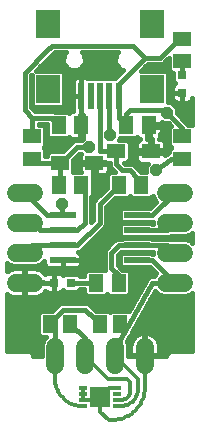
<source format=gtl>
G75*
%MOIN*%
%OFA0B0*%
%FSLAX24Y24*%
%IPPOS*%
%LPD*%
%AMOC8*
5,1,8,0,0,1.08239X$1,22.5*
%
%ADD10R,0.0512X0.0591*%
%ADD11R,0.0591X0.0472*%
%ADD12R,0.0866X0.0197*%
%ADD13C,0.0600*%
%ADD14R,0.0591X0.0512*%
%ADD15R,0.0315X0.0315*%
%ADD16R,0.0787X0.0945*%
%ADD17R,0.0197X0.0909*%
%ADD18R,0.0280X0.0120*%
%ADD19R,0.0690X0.0650*%
%ADD20C,0.0160*%
%ADD21OC8,0.0396*%
%ADD22C,0.0120*%
D10*
X001780Y004413D03*
X002450Y004413D03*
X003306Y005793D03*
X003430Y004413D03*
X004100Y004413D03*
X004054Y005793D03*
X004056Y009043D03*
X004804Y009043D03*
X005054Y011043D03*
X004306Y011043D03*
X002804Y011043D03*
X002056Y011043D03*
X002056Y009043D03*
X002804Y009043D03*
D11*
X003251Y009793D03*
X003984Y010168D03*
X005126Y010168D03*
X002109Y009793D03*
D12*
X002188Y008043D03*
X002188Y007547D03*
X002188Y007047D03*
X002188Y006547D03*
X004672Y006543D03*
X004672Y007043D03*
X004672Y007543D03*
X004672Y008043D03*
D13*
X005630Y007793D02*
X006230Y007793D01*
X006230Y008793D02*
X005630Y008793D01*
X005630Y006793D02*
X006230Y006793D01*
X006230Y005793D02*
X005630Y005793D01*
X004930Y003648D02*
X004930Y003048D01*
X003930Y003048D02*
X003930Y003648D01*
X002930Y003648D02*
X002930Y003048D01*
X001930Y003048D02*
X001930Y003648D01*
X001230Y005793D02*
X000630Y005793D01*
X000630Y006793D02*
X001230Y006793D01*
X001230Y007793D02*
X000630Y007793D01*
X000630Y008793D02*
X001230Y008793D01*
D14*
X001180Y009919D03*
X001180Y010667D03*
X006180Y010667D03*
X006180Y009919D03*
X006180Y013169D03*
X006180Y013917D03*
D15*
X006180Y012714D03*
X006180Y012123D03*
X002475Y005793D03*
X001885Y005793D03*
D16*
X001703Y012245D03*
X001703Y014411D03*
X005167Y014411D03*
X005167Y012245D03*
D17*
X004065Y012023D03*
X003750Y012023D03*
X003435Y012023D03*
X003120Y012023D03*
X002805Y012023D03*
D18*
X002873Y002283D03*
X002873Y002083D03*
X002873Y001883D03*
X002873Y001683D03*
X004013Y001683D03*
X004013Y001883D03*
X004013Y002083D03*
X004013Y002283D03*
D19*
X003443Y001983D03*
D20*
X001215Y003348D02*
X001215Y003414D01*
X001215Y003415D01*
X001168Y003461D01*
X001122Y003508D01*
X001122Y003508D01*
X001121Y003508D01*
X001055Y003508D01*
X000989Y003509D01*
X000989Y003508D01*
X000340Y003508D01*
X000340Y005411D01*
X000378Y005383D01*
X000446Y005348D01*
X000518Y005325D01*
X000592Y005313D01*
X000910Y005313D01*
X000910Y005773D01*
X000950Y005773D01*
X000950Y005313D01*
X001268Y005313D01*
X001342Y005325D01*
X001414Y005348D01*
X001482Y005383D01*
X001543Y005427D01*
X001596Y005481D01*
X001609Y005499D01*
X001617Y005492D01*
X001658Y005468D01*
X001704Y005456D01*
X001885Y005456D01*
X002066Y005456D01*
X002112Y005468D01*
X002153Y005492D01*
X002186Y005525D01*
X002202Y005553D01*
X002260Y005496D01*
X002691Y005496D01*
X002768Y005573D01*
X002910Y005573D01*
X002910Y005440D01*
X002992Y005358D01*
X003620Y005358D01*
X003680Y005418D01*
X003740Y005358D01*
X004368Y005358D01*
X004450Y005440D01*
X004450Y006147D01*
X004368Y006229D01*
X004181Y006229D01*
X004025Y006384D01*
X004025Y006702D01*
X004146Y006823D01*
X004162Y006823D01*
X004181Y006805D01*
X005163Y006805D01*
X005181Y006823D01*
X005190Y006823D01*
X005190Y006763D01*
X005181Y006763D01*
X005163Y006782D01*
X004181Y006782D01*
X004099Y006700D01*
X004099Y006387D01*
X004181Y006305D01*
X005107Y006305D01*
X005313Y006099D01*
X005257Y006043D01*
X005245Y006013D01*
X005238Y006013D01*
X005210Y006030D01*
X005150Y006013D01*
X005089Y006013D01*
X005066Y005990D01*
X005034Y005981D01*
X005003Y005928D01*
X004960Y005884D01*
X004960Y005852D01*
X004389Y004849D01*
X003786Y004849D01*
X003765Y004828D01*
X003744Y004849D01*
X003296Y004849D01*
X003167Y004977D01*
X003039Y005106D01*
X002101Y005106D01*
X001844Y004849D01*
X001466Y004849D01*
X001384Y004767D01*
X001384Y004060D01*
X001466Y003978D01*
X001637Y003978D01*
X001557Y003898D01*
X001490Y003736D01*
X001490Y003348D01*
X001215Y003348D01*
X001215Y003414D02*
X001215Y003414D01*
X001138Y003492D02*
X001490Y003492D01*
X001490Y003650D02*
X000340Y003650D01*
X000340Y003809D02*
X001520Y003809D01*
X001627Y003967D02*
X000340Y003967D01*
X000340Y004126D02*
X001384Y004126D01*
X001384Y004284D02*
X000340Y004284D01*
X000340Y004443D02*
X001384Y004443D01*
X001384Y004601D02*
X000340Y004601D01*
X000340Y004760D02*
X001384Y004760D01*
X001497Y005394D02*
X002956Y005394D01*
X002910Y005552D02*
X002747Y005552D01*
X002768Y006013D02*
X002691Y006091D01*
X002260Y006091D01*
X002202Y006033D01*
X002186Y006061D01*
X002153Y006095D01*
X002112Y006119D01*
X002066Y006131D01*
X001885Y006131D01*
X001885Y005793D01*
X001885Y005456D01*
X001885Y005793D01*
X001885Y005793D01*
X001547Y005793D01*
X001547Y005773D01*
X000950Y005773D01*
X000950Y005813D01*
X001547Y005813D01*
X001547Y005793D01*
X001885Y005793D01*
X001885Y005793D01*
X001885Y005793D01*
X001885Y006131D01*
X001704Y006131D01*
X001658Y006119D01*
X001617Y006095D01*
X001609Y006088D01*
X001596Y006106D01*
X001543Y006159D01*
X001482Y006204D01*
X001414Y006238D01*
X001342Y006261D01*
X001268Y006273D01*
X000950Y006273D01*
X000950Y005813D01*
X000910Y005813D01*
X000910Y006273D01*
X000592Y006273D01*
X000518Y006261D01*
X000446Y006238D01*
X000378Y006204D01*
X000340Y006176D01*
X000340Y006461D01*
X000381Y006420D01*
X000542Y006353D01*
X001318Y006353D01*
X001479Y006420D01*
X001575Y006516D01*
X001575Y006425D01*
X001587Y006379D01*
X001611Y006338D01*
X001645Y006305D01*
X001686Y006281D01*
X001731Y006269D01*
X002188Y006269D01*
X002188Y006547D01*
X002188Y006547D01*
X002188Y006269D01*
X002645Y006269D01*
X002691Y006281D01*
X002732Y006305D01*
X002765Y006338D01*
X002789Y006379D01*
X002801Y006425D01*
X002801Y006547D01*
X002188Y006547D01*
X002188Y006547D01*
X002801Y006547D01*
X002801Y006669D01*
X002789Y006715D01*
X002765Y006756D01*
X002732Y006790D01*
X002691Y006813D01*
X002685Y006815D01*
X002698Y006827D01*
X002775Y006827D01*
X003521Y007573D01*
X003650Y007702D01*
X003650Y008326D01*
X003932Y008608D01*
X004370Y008608D01*
X004430Y008668D01*
X004490Y008608D01*
X005118Y008608D01*
X005198Y008688D01*
X005257Y008544D01*
X005313Y008488D01*
X005107Y008282D01*
X004181Y008282D01*
X004099Y008200D01*
X004099Y007887D01*
X004181Y007805D01*
X005163Y007805D01*
X005181Y007823D01*
X005190Y007823D01*
X005190Y007763D01*
X005181Y007763D01*
X005163Y007782D01*
X004181Y007782D01*
X004099Y007700D01*
X004099Y007387D01*
X004181Y007305D01*
X005163Y007305D01*
X005181Y007323D01*
X005771Y007323D01*
X005801Y007353D01*
X006318Y007353D01*
X006479Y007420D01*
X006515Y007456D01*
X006515Y007130D01*
X006479Y007166D01*
X006318Y007233D01*
X005801Y007233D01*
X005771Y007263D01*
X005181Y007263D01*
X005163Y007282D01*
X004181Y007282D01*
X004162Y007263D01*
X003964Y007263D01*
X003835Y007134D01*
X003585Y006884D01*
X003585Y006229D01*
X002992Y006229D01*
X002910Y006147D01*
X002910Y006013D01*
X002768Y006013D01*
X002754Y006028D02*
X002910Y006028D01*
X002950Y006186D02*
X001506Y006186D01*
X001607Y006345D02*
X000340Y006345D01*
X000340Y006186D02*
X000354Y006186D01*
X000340Y005394D02*
X000363Y005394D01*
X000340Y005235D02*
X004609Y005235D01*
X004699Y005394D02*
X004404Y005394D01*
X004450Y005552D02*
X004790Y005552D01*
X004880Y005711D02*
X004450Y005711D01*
X004450Y005869D02*
X004960Y005869D01*
X005180Y005793D02*
X004258Y004175D01*
X004100Y004413D01*
X004258Y004175D02*
X003930Y003598D01*
X003930Y003348D01*
X004370Y003348D02*
X004370Y003736D01*
X004324Y003846D01*
X004399Y003978D01*
X004414Y003978D01*
X004496Y004060D01*
X004496Y004147D01*
X005279Y005522D01*
X005381Y005420D01*
X005542Y005353D01*
X006318Y005353D01*
X006479Y005420D01*
X006515Y005456D01*
X006515Y003508D01*
X005869Y003508D01*
X005867Y003510D01*
X005803Y003508D01*
X005739Y003508D01*
X005737Y003507D01*
X005735Y003507D01*
X005690Y003460D01*
X005645Y003415D01*
X005645Y003412D01*
X005643Y003410D01*
X005645Y003348D01*
X004950Y003348D01*
X004950Y003368D01*
X005410Y003368D01*
X005410Y003686D01*
X005398Y003761D01*
X005375Y003833D01*
X005341Y003900D01*
X005296Y003961D01*
X005243Y004014D01*
X005182Y004059D01*
X005114Y004093D01*
X005042Y004116D01*
X004968Y004128D01*
X004950Y004128D01*
X004950Y003368D01*
X004910Y003368D01*
X004910Y003348D01*
X004370Y003348D01*
X004450Y003368D02*
X004910Y003368D01*
X004910Y004128D01*
X004892Y004128D01*
X004818Y004116D01*
X004746Y004093D01*
X004678Y004059D01*
X004617Y004014D01*
X004564Y003961D01*
X004519Y003900D01*
X004485Y003833D01*
X004462Y003761D01*
X004450Y003686D01*
X004450Y003368D01*
X004450Y003492D02*
X004370Y003492D01*
X004370Y003650D02*
X004450Y003650D01*
X004477Y003809D02*
X004340Y003809D01*
X004393Y003967D02*
X004570Y003967D01*
X004496Y004126D02*
X004876Y004126D01*
X004910Y004126D02*
X004950Y004126D01*
X004984Y004126D02*
X006515Y004126D01*
X006515Y004284D02*
X004574Y004284D01*
X004664Y004443D02*
X006515Y004443D01*
X006515Y004601D02*
X004754Y004601D01*
X004845Y004760D02*
X006515Y004760D01*
X006515Y004918D02*
X004935Y004918D01*
X005025Y005077D02*
X006515Y005077D01*
X006515Y005235D02*
X005115Y005235D01*
X005206Y005394D02*
X005445Y005394D01*
X005180Y005793D02*
X005930Y005793D01*
X005180Y006543D01*
X004672Y006543D01*
X004672Y007043D02*
X004055Y007043D01*
X003805Y006793D01*
X003805Y006293D01*
X004054Y006044D01*
X004054Y005793D01*
X004065Y006345D02*
X004141Y006345D01*
X004099Y006503D02*
X004025Y006503D01*
X004025Y006662D02*
X004099Y006662D01*
X004143Y006820D02*
X004165Y006820D01*
X004099Y007454D02*
X003402Y007454D01*
X003244Y007296D02*
X006515Y007296D01*
X006513Y007454D02*
X006515Y007454D01*
X006508Y007137D02*
X006515Y007137D01*
X005930Y006793D02*
X005680Y007043D01*
X004672Y007043D01*
X004672Y007543D02*
X005680Y007543D01*
X005930Y007793D01*
X005180Y008043D02*
X005930Y008793D01*
X005305Y009543D02*
X005806Y009919D01*
X006180Y009919D01*
X006180Y010667D02*
X006180Y010951D01*
X005670Y011461D01*
X005588Y011543D01*
X004430Y011543D01*
X004306Y011419D01*
X004306Y011043D01*
X004065Y011284D01*
X004065Y012023D01*
X004065Y012418D01*
X004060Y012423D01*
X004930Y013293D01*
X004533Y013691D01*
X001830Y013691D01*
X001683Y013543D01*
X001680Y013543D01*
X000930Y012793D01*
X000930Y011543D01*
X001180Y011293D01*
X001806Y011293D01*
X002056Y011043D01*
X001932Y011479D02*
X001897Y011513D01*
X001271Y011513D01*
X001150Y011634D01*
X001150Y012702D01*
X001169Y012721D01*
X001169Y011715D01*
X001251Y011633D01*
X002154Y011633D01*
X002236Y011715D01*
X002236Y012776D01*
X002154Y012858D01*
X001306Y012858D01*
X001771Y013323D01*
X001774Y013323D01*
X001921Y013471D01*
X002305Y013471D01*
X002266Y013432D01*
X002212Y013301D01*
X002212Y013159D01*
X002266Y013027D01*
X002367Y012927D01*
X002498Y012873D01*
X002640Y012873D01*
X002771Y012927D01*
X002871Y013027D01*
X002926Y013159D01*
X002926Y013301D01*
X002871Y013432D01*
X002832Y013471D01*
X004038Y013471D01*
X003999Y013432D01*
X003944Y013301D01*
X003944Y013159D01*
X003999Y013027D01*
X004099Y012927D01*
X004208Y012882D01*
X003969Y012643D01*
X003969Y012643D01*
X003943Y012618D01*
X003909Y012618D01*
X003907Y012617D01*
X003906Y012618D01*
X003594Y012618D01*
X003592Y012617D01*
X003591Y012618D01*
X003279Y012618D01*
X003278Y012617D01*
X003276Y012618D01*
X003018Y012618D01*
X003014Y012622D01*
X002973Y012645D01*
X002927Y012658D01*
X002805Y012658D01*
X002683Y012658D01*
X002637Y012645D01*
X002596Y012622D01*
X002563Y012588D01*
X002539Y012547D01*
X002527Y012501D01*
X002527Y012023D01*
X002527Y011545D01*
X002534Y011519D01*
X002524Y011519D01*
X002479Y011506D01*
X002438Y011483D01*
X002404Y011449D01*
X002402Y011446D01*
X002370Y011479D01*
X001932Y011479D01*
X002236Y011734D02*
X002527Y011734D01*
X002527Y011892D02*
X002236Y011892D01*
X002236Y012051D02*
X002527Y012051D01*
X002527Y012023D02*
X002805Y012023D01*
X002805Y012023D01*
X002805Y011389D01*
X002756Y011389D01*
X002756Y011091D01*
X002852Y011091D01*
X002852Y011389D01*
X002805Y011389D01*
X002805Y012023D01*
X002527Y012023D01*
X002527Y012209D02*
X002236Y012209D01*
X002236Y012368D02*
X002527Y012368D01*
X002533Y012526D02*
X002236Y012526D01*
X002236Y012685D02*
X004010Y012685D01*
X004169Y012843D02*
X002169Y012843D01*
X002292Y013002D02*
X001450Y013002D01*
X001608Y013160D02*
X002212Y013160D01*
X002220Y013319D02*
X001767Y013319D01*
X001169Y012685D02*
X001150Y012685D01*
X001150Y012526D02*
X001169Y012526D01*
X001169Y012368D02*
X001150Y012368D01*
X001150Y012209D02*
X001169Y012209D01*
X001169Y012051D02*
X001150Y012051D01*
X001150Y011892D02*
X001169Y011892D01*
X001169Y011734D02*
X001150Y011734D01*
X001209Y011575D02*
X002527Y011575D01*
X002805Y011575D02*
X002805Y011575D01*
X002805Y011417D02*
X002805Y011417D01*
X002852Y011258D02*
X002756Y011258D01*
X002756Y011100D02*
X002852Y011100D01*
X002805Y011044D02*
X002804Y011043D01*
X002805Y011044D02*
X002805Y012023D01*
X002805Y012023D01*
X002805Y012658D01*
X002805Y012023D01*
X002805Y012023D01*
X002805Y012051D02*
X002805Y012051D01*
X002805Y012209D02*
X002805Y012209D01*
X002805Y012368D02*
X002805Y012368D01*
X002805Y012526D02*
X002805Y012526D01*
X002846Y013002D02*
X004024Y013002D01*
X003944Y013160D02*
X002926Y013160D01*
X002918Y013319D02*
X003952Y013319D01*
X003750Y012023D02*
X003750Y010818D01*
X003780Y010721D01*
X003957Y010196D02*
X003984Y010168D01*
X003984Y009739D01*
X004180Y009543D01*
X004430Y009543D01*
X004680Y009293D01*
X004680Y009167D01*
X004804Y009043D01*
X004806Y009479D02*
X004521Y009763D01*
X004271Y009763D01*
X004242Y009792D01*
X004337Y009792D01*
X004419Y009874D01*
X004419Y010463D01*
X004337Y010545D01*
X004082Y010545D01*
X004118Y010581D01*
X004118Y010608D01*
X004620Y010608D01*
X004652Y010641D01*
X004654Y010638D01*
X004688Y010604D01*
X004729Y010580D01*
X004760Y010572D01*
X004720Y010549D01*
X004687Y010515D01*
X004663Y010474D01*
X004651Y010428D01*
X004651Y010206D01*
X005088Y010206D01*
X005088Y010130D01*
X004651Y010130D01*
X004651Y009908D01*
X004663Y009863D01*
X004687Y009822D01*
X004720Y009788D01*
X004761Y009764D01*
X004807Y009752D01*
X005036Y009752D01*
X004967Y009683D01*
X004967Y009479D01*
X004806Y009479D01*
X004770Y009515D02*
X004967Y009515D01*
X004967Y009673D02*
X004611Y009673D01*
X004681Y009832D02*
X004377Y009832D01*
X004419Y009990D02*
X004651Y009990D01*
X004651Y010307D02*
X004419Y010307D01*
X004419Y010149D02*
X005088Y010149D01*
X005088Y010206D02*
X005088Y010585D01*
X005006Y010585D01*
X005006Y010995D01*
X005102Y010995D01*
X005102Y010568D01*
X005164Y010568D01*
X005164Y010206D01*
X005601Y010206D01*
X005601Y010428D01*
X005589Y010474D01*
X005565Y010515D01*
X005532Y010549D01*
X005491Y010572D01*
X005445Y010585D01*
X005387Y010585D01*
X005420Y010604D01*
X005454Y010638D01*
X005478Y010679D01*
X005490Y010724D01*
X005490Y010995D01*
X005102Y010995D01*
X005102Y011091D01*
X005490Y011091D01*
X005490Y011163D01*
X005530Y011123D01*
X005697Y011123D01*
X005792Y011028D01*
X005745Y010981D01*
X005745Y010353D01*
X005805Y010293D01*
X005745Y010233D01*
X005745Y010148D01*
X005733Y010139D01*
X005715Y010139D01*
X005661Y010086D01*
X005601Y010041D01*
X005601Y010130D01*
X005164Y010130D01*
X005164Y010206D01*
X005088Y010206D01*
X005164Y010149D02*
X005745Y010149D01*
X005791Y010307D02*
X005601Y010307D01*
X005591Y010466D02*
X005745Y010466D01*
X005745Y010624D02*
X005441Y010624D01*
X005490Y010783D02*
X005745Y010783D01*
X005745Y010941D02*
X005490Y010941D01*
X005490Y011100D02*
X005720Y011100D01*
X006025Y011417D02*
X006515Y011417D01*
X006515Y011575D02*
X006008Y011575D01*
X006008Y011601D02*
X005810Y011799D01*
X005701Y011799D01*
X005701Y012776D01*
X005619Y012858D01*
X004806Y012858D01*
X005021Y013073D01*
X005521Y013073D01*
X005650Y013202D01*
X005745Y013297D01*
X005745Y012855D01*
X005827Y012773D01*
X005883Y012773D01*
X005883Y012498D01*
X005940Y012441D01*
X005912Y012425D01*
X005878Y012391D01*
X005855Y012350D01*
X005843Y012304D01*
X005843Y012123D01*
X005843Y011942D01*
X005855Y011896D01*
X005878Y011855D01*
X005912Y011822D01*
X005953Y011798D01*
X005999Y011786D01*
X006180Y011786D01*
X006361Y011786D01*
X006407Y011798D01*
X006448Y011822D01*
X006482Y011855D01*
X006505Y011896D01*
X006515Y011933D01*
X006515Y011063D01*
X006379Y011063D01*
X006008Y011434D01*
X006008Y011601D01*
X005875Y011734D02*
X006515Y011734D01*
X006503Y011892D02*
X006515Y011892D01*
X006180Y011892D02*
X006180Y011892D01*
X006180Y011786D02*
X006180Y012123D01*
X006180Y012123D01*
X006180Y011786D01*
X006180Y012051D02*
X006180Y012051D01*
X006180Y012123D02*
X005843Y012123D01*
X006180Y012123D01*
X006180Y012123D01*
X006180Y012714D02*
X006180Y013169D01*
X005883Y012685D02*
X005701Y012685D01*
X005701Y012526D02*
X005883Y012526D01*
X005865Y012368D02*
X005701Y012368D01*
X005701Y012209D02*
X005843Y012209D01*
X005843Y012051D02*
X005701Y012051D01*
X005701Y011892D02*
X005857Y011892D01*
X006184Y011258D02*
X006515Y011258D01*
X006515Y011100D02*
X006342Y011100D01*
X005757Y012843D02*
X005633Y012843D01*
X005745Y013002D02*
X004950Y013002D01*
X004930Y013293D02*
X005430Y013293D01*
X006054Y013917D01*
X006180Y013917D01*
X005745Y013160D02*
X005608Y013160D01*
X005102Y010941D02*
X005006Y010941D01*
X005006Y010783D02*
X005102Y010783D01*
X005102Y010624D02*
X005006Y010624D01*
X005088Y010466D02*
X005164Y010466D01*
X005164Y010307D02*
X005088Y010307D01*
X004667Y010624D02*
X004636Y010624D01*
X004661Y010466D02*
X004416Y010466D01*
X004065Y011284D02*
X004060Y011289D01*
X003957Y010196D02*
X003443Y010196D01*
X003435Y010203D01*
X003435Y012023D01*
X002852Y010995D02*
X002852Y010568D01*
X002857Y010568D01*
X002824Y010536D01*
X002564Y010536D01*
X002435Y010407D01*
X002198Y010170D01*
X001756Y010170D01*
X001674Y010088D01*
X001674Y010013D01*
X001615Y010013D01*
X001615Y010233D01*
X001555Y010293D01*
X001615Y010353D01*
X001615Y010981D01*
X001533Y011063D01*
X001400Y011063D01*
X001400Y011073D01*
X001660Y011073D01*
X001660Y010690D01*
X001742Y010608D01*
X002370Y010608D01*
X002402Y010641D01*
X002404Y010638D01*
X002438Y010604D01*
X002479Y010580D01*
X002524Y010568D01*
X002756Y010568D01*
X002756Y010995D01*
X002852Y010995D01*
X002852Y010941D02*
X002756Y010941D01*
X002756Y010783D02*
X002852Y010783D01*
X002852Y010624D02*
X002756Y010624D01*
X002655Y010316D02*
X003083Y010316D01*
X003213Y009831D02*
X003213Y009755D01*
X003289Y009755D01*
X003289Y009377D01*
X003570Y009377D01*
X003616Y009389D01*
X003657Y009413D01*
X003690Y009447D01*
X003714Y009488D01*
X003726Y009533D01*
X003726Y009755D01*
X003289Y009755D01*
X003289Y009831D01*
X003592Y009831D01*
X003631Y009792D01*
X003764Y009792D01*
X003764Y009648D01*
X003934Y009479D01*
X003742Y009479D01*
X003660Y009397D01*
X003660Y008959D01*
X003210Y008508D01*
X003210Y007884D01*
X003150Y007824D01*
X003150Y008640D01*
X003200Y008690D01*
X003200Y009377D01*
X003213Y009377D01*
X003213Y009755D01*
X002776Y009755D01*
X002776Y009533D01*
X002788Y009488D01*
X002793Y009479D01*
X002524Y009479D01*
X002544Y009499D01*
X002544Y009894D01*
X002746Y010096D01*
X002787Y010096D01*
X002776Y010053D01*
X002776Y009831D01*
X003213Y009831D01*
X003213Y009673D02*
X003289Y009673D01*
X003289Y009515D02*
X003213Y009515D01*
X003200Y009356D02*
X003660Y009356D01*
X003660Y009198D02*
X003200Y009198D01*
X003200Y009039D02*
X003660Y009039D01*
X003582Y008881D02*
X003200Y008881D01*
X003200Y008722D02*
X003424Y008722D01*
X003265Y008564D02*
X003150Y008564D01*
X003150Y008405D02*
X003210Y008405D01*
X003210Y008247D02*
X003150Y008247D01*
X003150Y008088D02*
X003210Y008088D01*
X003210Y007930D02*
X003150Y007930D01*
X002930Y007793D02*
X002930Y008919D01*
X002804Y009043D01*
X002781Y009515D02*
X002544Y009515D01*
X002544Y009673D02*
X002776Y009673D01*
X002776Y009832D02*
X002544Y009832D01*
X002641Y009990D02*
X002776Y009990D01*
X002655Y010316D02*
X002133Y009793D01*
X002109Y009793D01*
X001306Y009793D01*
X001180Y009919D01*
X001569Y010307D02*
X002335Y010307D01*
X002494Y010466D02*
X001615Y010466D01*
X001615Y010624D02*
X001726Y010624D01*
X001660Y010783D02*
X001615Y010783D01*
X001615Y010941D02*
X001660Y010941D01*
X001615Y010149D02*
X001735Y010149D01*
X002109Y009793D02*
X002109Y009240D01*
X002056Y009043D01*
X002180Y008418D02*
X002180Y008052D01*
X002188Y008043D01*
X001680Y008043D01*
X000930Y008793D01*
X000930Y007793D02*
X001180Y007793D01*
X001430Y007543D01*
X002184Y007543D01*
X002188Y007547D01*
X002684Y007547D01*
X002930Y007793D01*
X003430Y007793D02*
X002684Y007047D01*
X002188Y007047D01*
X001184Y007047D01*
X000930Y006793D01*
X000910Y006186D02*
X000950Y006186D01*
X000950Y006028D02*
X000910Y006028D01*
X000910Y005869D02*
X000950Y005869D01*
X000950Y005711D02*
X000910Y005711D01*
X000910Y005552D02*
X000950Y005552D01*
X000950Y005394D02*
X000910Y005394D01*
X000340Y005077D02*
X002072Y005077D01*
X002193Y004886D02*
X001930Y004623D01*
X001930Y004414D01*
X001930Y003348D01*
X001934Y003349D01*
X001937Y003352D01*
X001938Y003356D01*
X001930Y004414D02*
X001780Y004413D01*
X001914Y004918D02*
X000340Y004918D01*
X001562Y006503D02*
X001575Y006503D01*
X001885Y006028D02*
X001885Y006028D01*
X001885Y005869D02*
X001885Y005869D01*
X001885Y005711D02*
X001885Y005711D01*
X001885Y005552D02*
X001885Y005552D01*
X002193Y004886D02*
X002948Y004886D01*
X003220Y004613D01*
X003430Y004413D01*
X003226Y004918D02*
X004429Y004918D01*
X004519Y005077D02*
X003068Y005077D01*
X003306Y005793D02*
X002475Y005793D01*
X002203Y005552D02*
X002202Y005552D01*
X002188Y006345D02*
X002188Y006345D01*
X002188Y006503D02*
X002188Y006503D01*
X002691Y006820D02*
X003585Y006820D01*
X003585Y006662D02*
X002801Y006662D01*
X002801Y006503D02*
X003585Y006503D01*
X003585Y006345D02*
X002769Y006345D01*
X002927Y006979D02*
X003679Y006979D01*
X003838Y007137D02*
X003085Y007137D01*
X003430Y007793D02*
X003430Y008417D01*
X004056Y009043D01*
X003897Y009515D02*
X003721Y009515D01*
X003726Y009673D02*
X003764Y009673D01*
X003888Y008564D02*
X005249Y008564D01*
X005231Y008405D02*
X003729Y008405D01*
X003650Y008247D02*
X004146Y008247D01*
X004099Y008088D02*
X003650Y008088D01*
X003650Y007930D02*
X004099Y007930D01*
X004170Y007771D02*
X003650Y007771D01*
X003561Y007613D02*
X004099Y007613D01*
X004672Y008043D02*
X005180Y008043D01*
X005173Y007771D02*
X005190Y007771D01*
X005178Y006820D02*
X005190Y006820D01*
X005226Y006186D02*
X004410Y006186D01*
X004450Y006028D02*
X005203Y006028D01*
X005213Y006028D02*
X005251Y006028D01*
X005290Y003967D02*
X006515Y003967D01*
X006515Y003809D02*
X005383Y003809D01*
X005410Y003650D02*
X006515Y003650D01*
X005721Y003492D02*
X005410Y003492D01*
X004950Y003492D02*
X004910Y003492D01*
X004910Y003650D02*
X004950Y003650D01*
X004950Y003809D02*
X004910Y003809D01*
X004910Y003967D02*
X004950Y003967D01*
X003704Y005394D02*
X003656Y005394D01*
X002450Y004413D02*
X002930Y003933D01*
X002930Y003348D01*
X002417Y010624D02*
X002386Y010624D01*
X002805Y011734D02*
X002805Y011734D01*
X002805Y011892D02*
X002805Y011892D01*
X001180Y011293D02*
X001180Y010667D01*
X006415Y005394D02*
X006515Y005394D01*
D21*
X005715Y004486D03*
X003468Y005103D03*
X002490Y005298D03*
X002180Y008418D03*
X002055Y010418D03*
X003083Y010316D03*
X003430Y009168D03*
X003780Y010721D03*
X005305Y009543D03*
X005555Y010668D03*
X005670Y011461D03*
X006180Y011543D03*
D22*
X004930Y003348D02*
X004930Y002293D01*
X004695Y002231D02*
X004695Y002583D01*
X003930Y003348D01*
X003930Y003311D01*
X003688Y002591D02*
X002930Y003348D01*
X001935Y002598D02*
X001937Y002540D01*
X001942Y002482D01*
X001951Y002425D01*
X001964Y002368D01*
X001980Y002313D01*
X002000Y002258D01*
X002023Y002205D01*
X002049Y002153D01*
X002079Y002103D01*
X002111Y002055D01*
X002147Y002010D01*
X002185Y001966D01*
X002226Y001925D01*
X002270Y001887D01*
X002315Y001851D01*
X002363Y001819D01*
X002413Y001789D01*
X002465Y001763D01*
X002518Y001740D01*
X002573Y001720D01*
X002628Y001704D01*
X002685Y001691D01*
X002742Y001682D01*
X002800Y001677D01*
X002858Y001675D01*
X002873Y001883D02*
X002873Y002083D01*
X002873Y002283D01*
X002873Y001883D02*
X003343Y001883D01*
X003443Y001983D01*
X003743Y002283D01*
X004013Y002283D01*
X004148Y001683D02*
X004193Y001685D01*
X004238Y001690D01*
X004283Y001700D01*
X004326Y001713D01*
X004368Y001729D01*
X004409Y001749D01*
X004448Y001772D01*
X004485Y001799D01*
X004519Y001828D01*
X004551Y001860D01*
X004580Y001894D01*
X004607Y001931D01*
X004630Y001970D01*
X004650Y002011D01*
X004666Y002053D01*
X004679Y002096D01*
X004689Y002141D01*
X004694Y002186D01*
X004696Y002231D01*
X004448Y002186D02*
X004448Y002486D01*
X004343Y002591D01*
X003688Y002591D01*
X004930Y002293D02*
X004928Y002230D01*
X004923Y002168D01*
X004914Y002106D01*
X004901Y002045D01*
X004885Y001985D01*
X004865Y001925D01*
X004842Y001867D01*
X004816Y001811D01*
X004786Y001756D01*
X004753Y001702D01*
X004717Y001651D01*
X004678Y001602D01*
X004637Y001555D01*
X004593Y001511D01*
X004546Y001470D01*
X004497Y001431D01*
X004446Y001395D01*
X004393Y001362D01*
X004337Y001332D01*
X004281Y001306D01*
X004223Y001283D01*
X004163Y001263D01*
X004103Y001247D01*
X004042Y001234D01*
X003980Y001225D01*
X003918Y001220D01*
X003855Y001218D01*
X003720Y001218D01*
X003443Y001496D01*
X003443Y001983D01*
X004013Y001883D02*
X004145Y001883D01*
X004148Y001683D02*
X004013Y001683D01*
X004145Y001883D02*
X004179Y001885D01*
X004212Y001891D01*
X004245Y001900D01*
X004276Y001913D01*
X004306Y001929D01*
X004334Y001949D01*
X004359Y001972D01*
X004382Y001997D01*
X004402Y002025D01*
X004418Y002055D01*
X004431Y002086D01*
X004440Y002119D01*
X004446Y002152D01*
X004448Y002186D01*
X001935Y002598D02*
X001935Y003326D01*
M02*

</source>
